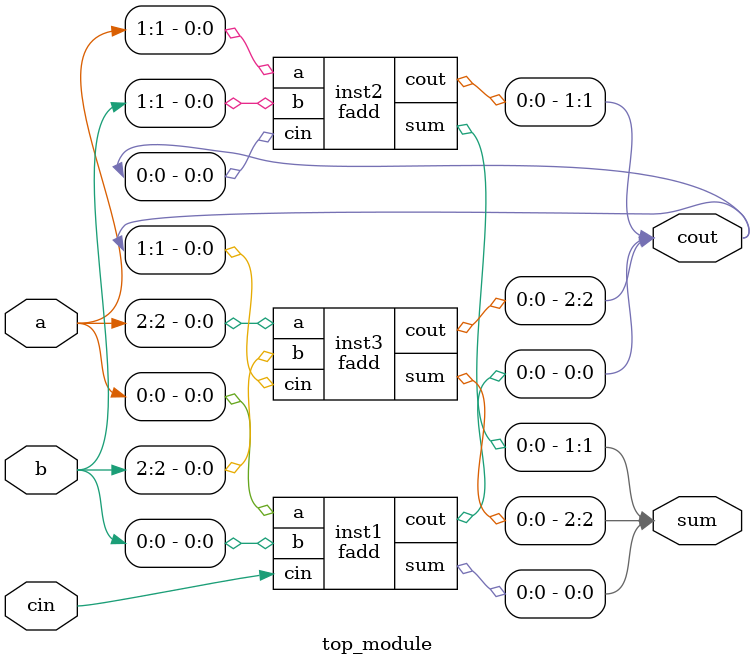
<source format=v>

module fadd( 
    input a, b, cin,
    output cout, sum );
    
    assign {cout,sum} = a + b + cin;
    
endmodule

module top_module( 
    input [2:0] a, b,
    input cin,
    output [2:0] cout,
    output [2:0] sum );
    
    fadd inst1(.a(a[0]),
               .b(b[0]),
               .cin(cin),
               .cout(cout[0]),
               .sum(sum[0]));
              
    fadd inst2(.a(a[1]),
               .b(b[1]),
               .cin(cout[0]),
               .cout(cout[1]),
               .sum(sum[1]));
              
    fadd inst3(.a(a[2]),
               .b(b[2]),
               .cin(cout[1]),
               .cout(cout[2]),
               .sum(sum[2]));

endmodule

</source>
